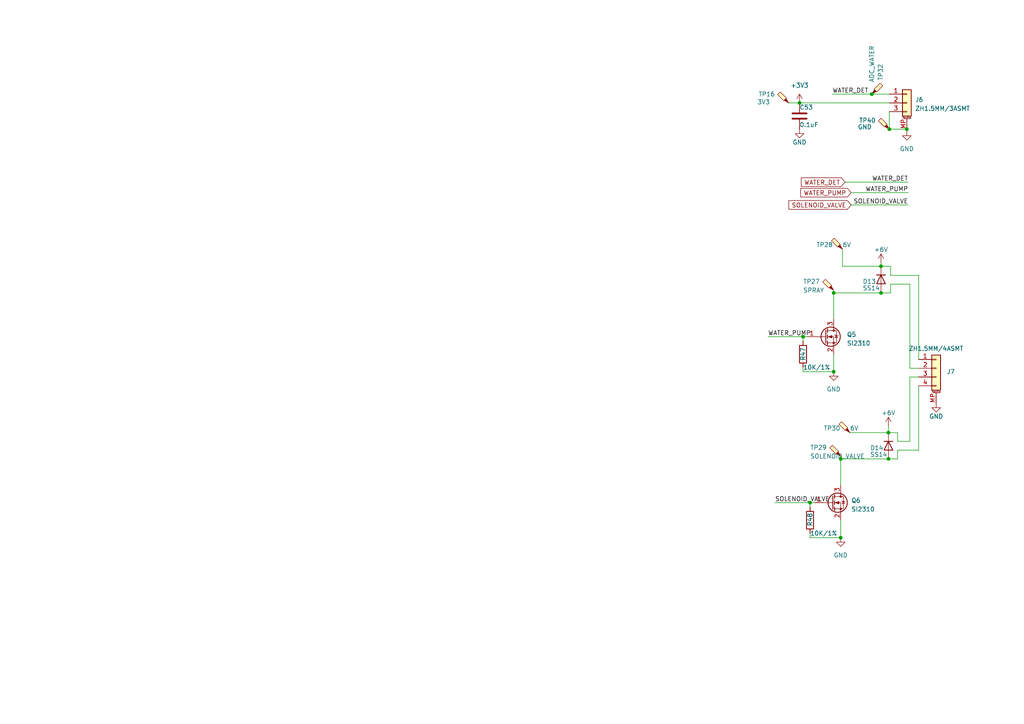
<source format=kicad_sch>
(kicad_sch (version 20231120) (generator "eeschema") (generator_version "8.0")
  (paper "A4")
  (lib_symbols
    (symbol "Connector:TestPoint_Probe" (pin_numbers hide) (pin_names (offset 0.762) hide)
      (property "Reference" "TP" (at 1.651 5.842 0))
      (property "Value" "TestPoint_Probe" (at 1.651 4.064 0))
      (symbol "TestPoint_Probe_0_1"
        (polyline (pts (xy 1.27 0.762) (xy 0 0) (xy 0.762 1.27) (xy 1.27 0.762)) (fill (type outline)))
        (polyline (pts (xy 1.397 0.635) (xy 0.635 1.397) (xy 2.413 3.175) (xy 3.175 2.413) (xy 1.397 0.635)) (fill (type background)))
      )
      (symbol "TestPoint_Probe_1_1"
        (pin passive line (at 0 0 90) (length 0) (name "1") (number "1"))
      )
    )
    (symbol "Connector_Generic_MountingPin:Conn_01x03_MountingPin" (pin_names (offset 1.016) hide)
      (property "Reference" "J" (at 0 5.08 0))
      (property "Value" "Conn_01x03_MountingPin" (at 1.27 -5.08 0))
      (symbol "Conn_01x03_MountingPin_1_1"
        (rectangle (start -1.27 -2.413) (end 0 -2.667) (stroke (width 0.1524)))
        (rectangle (start -1.27 0.127) (end 0 -0.127) (stroke (width 0.1524)))
        (rectangle (start -1.27 2.667) (end 0 2.413) (stroke (width 0.1524)))
        (rectangle (start -1.27 3.81) (end 1.27 -3.81) (stroke (width 0.254)) (fill (type background)))
        (polyline (pts (xy -1.016 -4.572) (xy 1.016 -4.572)) (stroke (width 0.1524)))
        (text "Mounting" (at 0 -4.191 0) (effects (font (size 0.381 0.381))))
        (pin passive line (at -5.08 2.54 0) (length 3.81) (name "Pin_1") (number "1"))
        (pin passive line (at -5.08 0 0) (length 3.81) (name "Pin_2") (number "2"))
        (pin passive line (at -5.08 -2.54 0) (length 3.81) (name "Pin_3") (number "3"))
        (pin passive line (at 0 -7.62 90) (length 3.048) (name "MountPin") (number "MP"))
      )
    )
    (symbol "Connector_Generic_MountingPin:Conn_01x04_MountingPin" (pin_names (offset 1.016) hide)
      (property "Reference" "J" (at 0 5.08 0))
      (property "Value" "Conn_01x04_MountingPin" (at 1.27 -7.62 0))
      (symbol "Conn_01x04_MountingPin_1_1"
        (rectangle (start -1.27 -4.953) (end 0 -5.207) (stroke (width 0.1524)))
        (rectangle (start -1.27 -2.413) (end 0 -2.667) (stroke (width 0.1524)))
        (rectangle (start -1.27 0.127) (end 0 -0.127) (stroke (width 0.1524)))
        (rectangle (start -1.27 2.667) (end 0 2.413) (stroke (width 0.1524)))
        (rectangle (start -1.27 3.81) (end 1.27 -6.35) (stroke (width 0.254)) (fill (type background)))
        (polyline (pts (xy -1.016 -7.112) (xy 1.016 -7.112)) (stroke (width 0.1524)))
        (text "Mounting" (at 0 -6.731 0) (effects (font (size 0.381 0.381))))
        (pin passive line (at -5.08 2.54 0) (length 3.81) (name "Pin_1") (number "1"))
        (pin passive line (at -5.08 0 0) (length 3.81) (name "Pin_2") (number "2"))
        (pin passive line (at -5.08 -2.54 0) (length 3.81) (name "Pin_3") (number "3"))
        (pin passive line (at -5.08 -5.08 0) (length 3.81) (name "Pin_4") (number "4"))
        (pin passive line (at 0 -10.16 90) (length 3.048) (name "MountPin") (number "MP"))
      )
    )
    (symbol "Device:C" (pin_numbers hide) (pin_names (offset 0.254))
      (property "Reference" "C" (at 0.635 2.54 0))
      (property "Value" "C" (at 0.635 -2.54 0))
      (symbol "C_0_1"
        (polyline (pts (xy -2.032 -0.762) (xy 2.032 -0.762)) (stroke (width 0.508)))
        (polyline (pts (xy -2.032 0.762) (xy 2.032 0.762)) (stroke (width 0.508)))
      )
      (symbol "C_1_1"
        (pin passive line (at 0 3.81 270) (length 2.794) (name "~") (number "1"))
        (pin passive line (at 0 -3.81 90) (length 2.794) (name "~") (number "2"))
      )
    )
    (symbol "Device:D" (pin_numbers hide) (pin_names (offset 1.016) hide)
      (property "Reference" "D" (at 0 2.54 0))
      (property "Value" "D" (at 0 -2.54 0))
      (symbol "D_0_1"
        (polyline (pts (xy -1.27 1.27) (xy -1.27 -1.27)) (stroke (width 0.254)))
        (polyline (pts (xy 1.27 0) (xy -1.27 0)))
        (polyline (pts (xy 1.27 1.27) (xy 1.27 -1.27) (xy -1.27 0) (xy 1.27 1.27)) (stroke (width 0.254)))
      )
      (symbol "D_1_1"
        (pin passive line (at -3.81 0 0) (length 2.54) (name "K") (number "1"))
        (pin passive line (at 3.81 0 180) (length 2.54) (name "A") (number "2"))
      )
    )
    (symbol "Device:Q_NMOS_GSD" (pin_names (offset 0) hide)
      (property "Reference" "Q" (at 5.08 1.27 0))
      (property "Value" "Q_NMOS_GSD" (at 5.08 -1.27 0))
      (symbol "Q_NMOS_GSD_0_1"
        (polyline (pts (xy 0.254 0) (xy -2.54 0)))
        (polyline (pts (xy 0.254 1.905) (xy 0.254 -1.905)) (stroke (width 0.254)))
        (polyline (pts (xy 0.762 -1.27) (xy 0.762 -2.286)) (stroke (width 0.254)))
        (polyline (pts (xy 0.762 0.508) (xy 0.762 -0.508)) (stroke (width 0.254)))
        (polyline (pts (xy 0.762 2.286) (xy 0.762 1.27)) (stroke (width 0.254)))
        (polyline (pts (xy 2.54 2.54) (xy 2.54 1.778)))
        (polyline (pts (xy 2.54 -2.54) (xy 2.54 0) (xy 0.762 0)))
        (polyline (pts (xy 0.762 -1.778) (xy 3.302 -1.778) (xy 3.302 1.778) (xy 0.762 1.778)))
        (polyline (pts (xy 1.016 0) (xy 2.032 0.381) (xy 2.032 -0.381) (xy 1.016 0)) (fill (type outline)))
        (polyline (pts (xy 2.794 0.508) (xy 2.921 0.381) (xy 3.683 0.381) (xy 3.81 0.254)))
        (polyline (pts (xy 3.302 0.381) (xy 2.921 -0.254) (xy 3.683 -0.254) (xy 3.302 0.381)))
        (circle (center 1.651 0) (radius 2.794) (stroke (width 0.254)))
        (circle (center 2.54 -1.778) (radius 0.254) (fill (type outline)))
        (circle (center 2.54 1.778) (radius 0.254) (fill (type outline)))
      )
      (symbol "Q_NMOS_GSD_1_1"
        (pin input line (at -5.08 0 0) (length 2.54) (name "G") (number "1"))
        (pin passive line (at 2.54 -5.08 90) (length 2.54) (name "S") (number "2"))
        (pin passive line (at 2.54 5.08 270) (length 2.54) (name "D") (number "3"))
      )
    )
    (symbol "Device:R" (pin_numbers hide) (pin_names (offset 0))
      (property "Reference" "R" (at 2.032 0 90))
      (property "Value" "R" (at 0 0 90))
      (symbol "R_0_1"
        (rectangle (start -1.016 -2.54) (end 1.016 2.54) (stroke (width 0.254)))
      )
      (symbol "R_1_1"
        (pin passive line (at 0 3.81 270) (length 1.27) (name "~") (number "1"))
        (pin passive line (at 0 -3.81 90) (length 1.27) (name "~") (number "2"))
      )
    )
    (symbol "GND_3" (power) (pin_names (offset 0))
      (property "Value" "GND_3" (at 0 -3.81 0))
      (symbol "GND_3_0_1"
        (polyline (pts (xy 0 0) (xy 0 -1.27) (xy 1.27 -1.27) (xy 0 -2.54) (xy -1.27 -1.27) (xy 0 -1.27)))
      )
      (symbol "GND_3_1_1"
        (pin power_in line (at 0 0 270) (length 0) hide (name "GND") (number "1"))
      )
    )
    (symbol "power:+3V3" (power) (pin_names (offset 0))
      (property "Value" "+3V3" (at 0 3.556 0))
      (symbol "+3V3_0_1"
        (polyline (pts (xy -0.762 1.27) (xy 0 2.54)))
        (polyline (pts (xy 0 0) (xy 0 2.54)))
        (polyline (pts (xy 0 2.54) (xy 0.762 1.27)))
      )
      (symbol "+3V3_1_1"
        (pin power_in line (at 0 0 90) (length 0) hide (name "+3V3") (number "1"))
      )
    )
    (symbol "power:+6V" (power) (pin_names (offset 0))
      (property "Value" "+6V" (at 0 3.556 0))
      (symbol "+6V_0_1"
        (polyline (pts (xy -0.762 1.27) (xy 0 2.54)))
        (polyline (pts (xy 0 0) (xy 0 2.54)))
        (polyline (pts (xy 0 2.54) (xy 0.762 1.27)))
      )
      (symbol "+6V_1_1"
        (pin power_in line (at 0 0 90) (length 0) hide (name "+6V") (number "1"))
      )
    )
    (symbol "power:GND" (power) (pin_names (offset 0))
      (property "Value" "GND" (at 0 -3.81 0))
      (symbol "GND_0_1"
        (polyline (pts (xy 0 0) (xy 0 -1.27) (xy 1.27 -1.27) (xy 0 -2.54) (xy -1.27 -1.27) (xy 0 -1.27)))
      )
      (symbol "GND_1_1"
        (pin power_in line (at 0 0 270) (length 0) hide (name "GND") (number "1"))
      )
    )
  )
  (junction (at 231.902 29.845))
  (junction (at 241.808 107.823))
  (junction (at 243.84 155.956))
  (junction (at 243.84 133.096))
  (junction (at 232.918 97.663))
  (junction (at 257.683 133.096))
  (junction (at 255.524 77.216))
  (junction (at 263.017 37.465))
  (junction (at 252.857 27.305))
  (junction (at 257.683 125.476))
  (junction (at 241.808 84.963))
  (junction (at 234.95 145.796))
  (junction (at 257.937 37.465))
  (junction (at 255.524 84.963))
  (wire (pts (xy 243.84 133.096) (xy 257.683 133.096)))
  (wire (pts (xy 258.318 82.423) (xy 258.318 84.963)))
  (wire (pts (xy 244.348 77.216) (xy 255.524 77.216)))
  (wire (pts (xy 255.524 76.2) (xy 255.524 77.216)))
  (wire (pts (xy 232.918 97.663) (xy 232.918 98.933)))
  (wire (pts (xy 243.84 133.096) (xy 243.84 140.716)))
  (wire (pts (xy 258.318 77.216) (xy 258.318 79.883)))
  (wire (pts (xy 255.524 84.963) (xy 258.318 84.963)))
  (wire (pts (xy 263.906 128.016) (xy 260.35 128.016)))
  (wire (pts (xy 241.808 84.963) (xy 241.808 92.583)))
  (wire (pts (xy 234.95 145.796) (xy 234.95 147.066)))
  (wire (pts (xy 231.902 29.845) (xy 257.937 29.845)))
  (wire (pts (xy 266.446 79.883) (xy 266.446 104.267)))
  (wire (pts (xy 224.79 145.796) (xy 234.95 145.796)))
  (wire (pts (xy 266.446 109.347) (xy 263.906 109.347)))
  (wire (pts (xy 255.524 77.216) (xy 258.318 77.216)))
  (wire (pts (xy 241.808 84.963) (xy 255.524 84.963)))
  (wire (pts (xy 263.906 106.807) (xy 266.446 106.807)))
  (wire (pts (xy 266.446 130.556) (xy 266.446 111.887)))
  (wire (pts (xy 246.888 59.436) (xy 263.398 59.436)))
  (wire (pts (xy 228.727 29.845) (xy 231.902 29.845)))
  (wire (pts (xy 246.888 55.88) (xy 263.398 55.88)))
  (wire (pts (xy 263.906 82.423) (xy 263.906 106.807)))
  (wire (pts (xy 232.918 107.823) (xy 232.918 106.553)))
  (wire (pts (xy 245.11 52.832) (xy 263.398 52.832)))
  (wire (pts (xy 241.427 27.305) (xy 252.857 27.305)))
  (wire (pts (xy 260.35 130.556) (xy 266.446 130.556)))
  (wire (pts (xy 255.524 84.836) (xy 255.524 84.963)))
  (wire (pts (xy 263.017 38.1) (xy 263.017 37.465)))
  (wire (pts (xy 241.808 107.823) (xy 241.808 102.743)))
  (wire (pts (xy 257.683 125.476) (xy 260.35 125.476)))
  (wire (pts (xy 232.918 97.663) (xy 234.188 97.663)))
  (wire (pts (xy 234.95 155.956) (xy 234.95 154.686)))
  (wire (pts (xy 257.683 133.096) (xy 260.35 133.096)))
  (wire (pts (xy 243.84 155.956) (xy 243.84 150.876)))
  (wire (pts (xy 241.808 84.201) (xy 241.808 84.963)))
  (wire (pts (xy 257.937 32.385) (xy 257.937 37.465)))
  (wire (pts (xy 257.937 37.465) (xy 263.017 37.465)))
  (wire (pts (xy 243.84 132.334) (xy 243.84 133.096)))
  (wire (pts (xy 260.35 125.476) (xy 260.35 128.016)))
  (wire (pts (xy 257.683 123.571) (xy 257.683 125.476)))
  (wire (pts (xy 258.318 79.883) (xy 266.446 79.883)))
  (wire (pts (xy 260.35 130.556) (xy 260.35 133.096)))
  (wire (pts (xy 263.906 109.347) (xy 263.906 128.016)))
  (wire (pts (xy 243.84 155.956) (xy 234.95 155.956)))
  (wire (pts (xy 244.348 77.216) (xy 244.348 72.263)))
  (wire (pts (xy 222.758 97.663) (xy 232.918 97.663)))
  (wire (pts (xy 246.507 125.476) (xy 257.683 125.476)))
  (wire (pts (xy 234.95 145.796) (xy 236.22 145.796)))
  (wire (pts (xy 258.318 82.423) (xy 263.906 82.423)))
  (wire (pts (xy 241.808 107.823) (xy 232.918 107.823)))
  (wire (pts (xy 252.857 27.305) (xy 257.937 27.305)))
  (label "WATER_DET" (at 241.427 27.305 0))
  (label "SOLENOID_VALVE" (at 263.398 59.436 180))
  (label "SOLENOID_VALVE" (at 224.79 145.796 0))
  (label "WATER_DET" (at 263.398 52.832 180))
  (label "WATER_PUMP" (at 263.398 55.88 180))
  (label "WATER_PUMP" (at 222.758 97.663 0))
  (global_label "WATER_PUMP" (shape input) (at 246.888 55.88 180) (property "Intersheetrefs" "${INTERSHEET_REFS}" (effects (hide yes))))
  (global_label "WATER_DET" (shape input) (at 245.11 52.832 180) (property "Intersheetrefs" "${INTERSHEET_REFS}" (effects (hide yes))))
  (global_label "SOLENOID_VALVE" (shape input) (at 246.888 59.436 180) (property "Intersheetrefs" "${INTERSHEET_REFS}" (effects (hide yes))))
  (symbol (lib_id "power:GND") (at 231.902 37.465 0) (unit 1)
    (property "Reference" "#PWR011" (effects (hide yes)))
    (property "Value" "GND" (at 231.902 41.275 0))
  )
  (symbol (lib_id "power:+3V3") (at 231.902 29.845 0) (unit 1)
    (property "Reference" "#PWR010" (effects (hide yes)))
    (property "Value" "+3V3" (at 231.902 24.765 0))
  )
  (symbol (lib_id "Device:C") (at 231.902 33.655 0) (unit 1)
    (property "Reference" "C53" (at 231.902 31.115 0) (effects (justify left)))
    (property "Value" "0.1uF" (at 231.902 36.195 0) (effects (justify left)))
    (property "Footprint" "Capacitor_SMD:C_0603_1608Metric" (effects (hide yes)))
  )
  (symbol (lib_id "Device:Q_NMOS_GSD") (at 239.268 97.663 0) (unit 1)
    (property "Reference" "Q5" (at 245.618 97.028 0) (effects (justify left)))
    (property "Value" "SI2310" (at 245.618 99.568 0) (effects (justify left)))
    (property "Footprint" "Package_TO_SOT_SMD:SOT-23" (effects (hide yes)))
  )
  (symbol (lib_id "Connector_Generic_MountingPin:Conn_01x03_MountingPin") (at 263.017 29.845 0) (unit 1)
    (property "Reference" "J6" (at 265.43 28.9305 0) (effects (justify left)))
    (property "Value" "ZH1.5MM/3ASMT" (at 265.43 31.4705 0) (effects (justify left)))
    (property "Footprint" "Ovo_Connector_JST:JST_ZH_B3B-ZR-SM4-TF_1x03-1MP_P1.50mm_Vertical" (effects (hide yes)))
  )
  (symbol (lib_id "power:+6V") (at 255.524 76.2 0) (unit 1)
    (property "Reference" "#PWR015" (effects (hide yes)))
    (property "Value" "+6V" (at 255.524 72.39 0))
  )
  (symbol (lib_id "power:GND") (at 243.84 155.956 0) (unit 1)
    (property "Reference" "#PWR016" (effects (hide yes)))
    (property "Value" "GND" (at 243.84 161.036 0))
  )
  (symbol (lib_id "Device:D") (at 257.683 129.286 270) (unit 1)
    (property "Reference" "D14" (at 252.349 129.921 90) (effects (justify left)))
    (property "Value" "SS14" (at 252.349 131.826 90) (effects (justify left)))
    (property "Footprint" "Diode_SMD:D_SOD-123" (effects (hide yes)))
  )
  (symbol (lib_id "Device:Q_NMOS_GSD") (at 241.3 145.796 0) (unit 1)
    (property "Reference" "Q6" (at 246.888 145.161 0) (effects (justify left)))
    (property "Value" "SI2310" (at 246.888 147.701 0) (effects (justify left)))
    (property "Footprint" "Package_TO_SOT_SMD:SOT-23" (effects (hide yes)))
  )
  (symbol (lib_id "power:GND") (at 271.526 116.967 0) (unit 1)
    (property "Reference" "#PWR013" (effects (hide yes)))
    (property "Value" "GND" (at 271.526 120.777 0))
  )
  (symbol (lib_id "power:+6V") (at 257.683 123.571 0) (unit 1)
    (property "Reference" "#PWR014" (effects (hide yes)))
    (property "Value" "+6V" (at 257.683 119.761 0))
  )
  (symbol (lib_id "Connector:TestPoint_Probe") (at 243.84 132.334 90) (unit 1)
    (property "Reference" "TP29" (at 234.95 129.794 90) (effects (justify right)))
    (property "Value" "SOLENOID_VALVE" (at 234.95 132.334 90) (effects (justify right)))
    (property "Footprint" "TestPoint:TestPoint_Pad_D1.0mm" (effects (hide yes)))
  )
  (symbol (lib_id "Connector:TestPoint_Probe") (at 252.857 27.305 0) (unit 1)
    (property "Reference" "TP32" (at 255.397 20.955 90))
    (property "Value" "ADC_WATER" (at 252.857 18.542 90))
    (property "Footprint" "TestPoint:TestPoint_Pad_D1.0mm" (effects (hide yes)))
  )
  (symbol (lib_id "Connector_Generic_MountingPin:Conn_01x04_MountingPin") (at 271.526 106.807 0) (unit 1)
    (property "Reference" "J7" (at 274.574 107.7976 0) (effects (justify left)))
    (property "Value" "ZH1.5MM/4ASMT" (at 263.525 101.092 0) (effects (justify left)))
    (property "Footprint" "Ovo_Connector_JST:JST_ZH_B4B-ZR-SM4-TF_1x04-1MP_P1.50mm_Vertical" (effects (hide yes)))
  )
  (symbol (lib_id "Device:D") (at 255.524 81.026 270) (unit 1)
    (property "Reference" "D13" (at 250.19 81.661 90) (effects (justify left)))
    (property "Value" "SS14" (at 250.19 83.566 90) (effects (justify left)))
    (property "Footprint" "Diode_SMD:D_SOD-123" (effects (hide yes)))
  )
  (symbol (lib_id "Connector:TestPoint_Probe") (at 246.507 125.476 90) (unit 1)
    (property "Reference" "TP30" (at 238.887 124.206 90) (effects (justify right)))
    (property "Value" "6V" (at 246.507 124.206 90) (effects (justify right)))
    (property "Footprint" "TestPoint:TestPoint_Pad_D1.0mm" (effects (hide yes)))
  )
  (symbol (lib_id "power:GND") (at 241.808 107.823 0) (unit 1)
    (property "Reference" "#PWR0190" (effects (hide yes)))
    (property "Value" "GND" (at 241.808 112.903 0))
  )
  (symbol (lib_id "Connector:TestPoint_Probe") (at 244.348 72.263 90) (unit 1)
    (property "Reference" "TP28" (at 236.728 70.993 90) (effects (justify right)))
    (property "Value" "6V" (at 244.348 70.993 90) (effects (justify right)))
    (property "Footprint" "TestPoint:TestPoint_Pad_D1.0mm" (effects (hide yes)))
  )
  (symbol (lib_id "Connector:TestPoint_Probe") (at 241.808 84.201 90) (unit 1)
    (property "Reference" "TP27" (at 232.918 81.661 90) (effects (justify right)))
    (property "Value" "SPRAY" (at 232.918 84.201 90) (effects (justify right)))
    (property "Footprint" "TestPoint:TestPoint_Pad_D1.0mm" (effects (hide yes)))
  )
  (symbol (lib_id "Device:R") (at 232.918 102.743 0) (unit 1)
    (property "Reference" "R47" (at 232.918 104.648 90) (effects (justify left)))
    (property "Value" "10K/1%" (at 232.918 106.553 0) (effects (justify left)))
    (property "Footprint" "Resistor_SMD:R_0603_1608Metric" (effects (hide yes)))
  )
  (symbol (lib_name "GND_3") (lib_id "power:GND") (at 263.017 38.1 0) (unit 1)
    (property "Reference" "#PWR012" (effects (hide yes)))
    (property "Value" "GND" (at 263.017 43.18 0))
  )
  (symbol (lib_id "Device:R") (at 234.95 150.876 0) (unit 1)
    (property "Reference" "R48" (at 234.95 152.654 90) (effects (justify left)))
    (property "Value" "10K/1%" (at 234.95 154.686 0) (effects (justify left)))
    (property "Footprint" "Resistor_SMD:R_0603_1608Metric" (effects (hide yes)))
  )
  (symbol (lib_id "Connector:TestPoint_Probe") (at 257.937 37.465 90) (unit 1)
    (property "Reference" "TP40" (at 251.587 34.925 90))
    (property "Value" "GND" (at 250.825 36.83 90))
    (property "Footprint" "TestPoint:TestPoint_Pad_D1.0mm" (effects (hide yes)))
  )
  (symbol (lib_id "Connector:TestPoint_Probe") (at 228.727 29.845 90) (unit 1)
    (property "Reference" "TP16" (at 222.377 27.305 90))
    (property "Value" "3V3" (at 221.488 29.591 90))
    (property "Footprint" "TestPoint:TestPoint_Pad_D1.0mm" (effects (hide yes)))
  )
)
</source>
